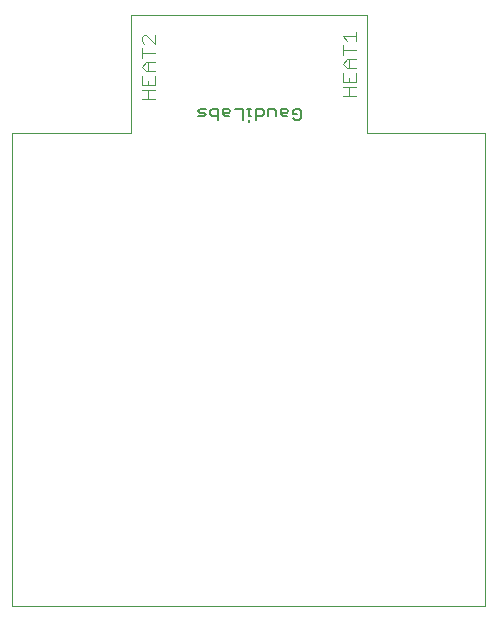
<source format=gto>
G75*
%MOIN*%
%OFA0B0*%
%FSLAX24Y24*%
%IPPOS*%
%LPD*%
%AMOC8*
5,1,8,0,0,1.08239X$1,22.5*
%
%ADD10C,0.0039*%
%ADD11C,0.0070*%
%ADD12C,0.0040*%
D10*
X001158Y000120D02*
X016906Y000120D01*
X016906Y015868D01*
X012969Y015868D01*
X012969Y019805D01*
X005095Y019805D01*
X005095Y015868D01*
X001158Y015868D01*
X001158Y000120D01*
D11*
X008010Y016302D02*
X008010Y016683D01*
X007820Y016683D01*
X007756Y016619D01*
X007756Y016492D01*
X007820Y016429D01*
X008010Y016429D01*
X008171Y016492D02*
X008171Y016683D01*
X008361Y016683D01*
X008424Y016619D01*
X008361Y016556D01*
X008171Y016556D01*
X008171Y016492D02*
X008234Y016429D01*
X008361Y016429D01*
X008585Y016683D02*
X008839Y016683D01*
X008839Y016302D01*
X009051Y016302D02*
X009051Y016239D01*
X009051Y016429D02*
X009051Y016683D01*
X008988Y016683D02*
X009115Y016683D01*
X009276Y016683D02*
X009466Y016683D01*
X009529Y016619D01*
X009529Y016492D01*
X009466Y016429D01*
X009276Y016429D01*
X009276Y016302D02*
X009276Y016683D01*
X009115Y016429D02*
X009051Y016429D01*
X009690Y016429D02*
X009690Y016683D01*
X009880Y016683D01*
X009943Y016619D01*
X009943Y016429D01*
X010104Y016492D02*
X010104Y016683D01*
X010294Y016683D01*
X010358Y016619D01*
X010294Y016556D01*
X010104Y016556D01*
X010104Y016492D02*
X010168Y016429D01*
X010294Y016429D01*
X010519Y016366D02*
X010582Y016302D01*
X010709Y016302D01*
X010772Y016366D01*
X010772Y016619D01*
X010709Y016683D01*
X010582Y016683D01*
X010519Y016619D01*
X010519Y016492D01*
X010645Y016492D01*
X007595Y016492D02*
X007532Y016429D01*
X007342Y016429D01*
X007405Y016556D02*
X007532Y016556D01*
X007595Y016492D01*
X007595Y016683D02*
X007405Y016683D01*
X007342Y016619D01*
X007405Y016556D01*
D12*
X005923Y017005D02*
X005462Y017005D01*
X005693Y017005D02*
X005693Y017312D01*
X005693Y017466D02*
X005693Y017619D01*
X005923Y017466D02*
X005462Y017466D01*
X005462Y017773D01*
X005616Y017926D02*
X005462Y018080D01*
X005616Y018233D01*
X005923Y018233D01*
X005693Y018233D02*
X005693Y017926D01*
X005616Y017926D02*
X005923Y017926D01*
X005923Y017773D02*
X005923Y017466D01*
X005923Y017312D02*
X005462Y017312D01*
X005462Y018387D02*
X005462Y018694D01*
X005462Y018540D02*
X005923Y018540D01*
X005923Y018847D02*
X005616Y019154D01*
X005539Y019154D01*
X005462Y019077D01*
X005462Y018924D01*
X005539Y018847D01*
X005923Y018847D02*
X005923Y019154D01*
X012162Y019100D02*
X012623Y019100D01*
X012623Y018947D02*
X012623Y019254D01*
X012316Y018947D02*
X012162Y019100D01*
X012162Y018794D02*
X012162Y018487D01*
X012162Y018640D02*
X012623Y018640D01*
X012623Y018333D02*
X012316Y018333D01*
X012162Y018180D01*
X012316Y018026D01*
X012623Y018026D01*
X012623Y017873D02*
X012623Y017566D01*
X012162Y017566D01*
X012162Y017873D01*
X012392Y018026D02*
X012392Y018333D01*
X012392Y017719D02*
X012392Y017566D01*
X012392Y017412D02*
X012392Y017105D01*
X012162Y017105D02*
X012623Y017105D01*
X012623Y017412D02*
X012162Y017412D01*
M02*

</source>
